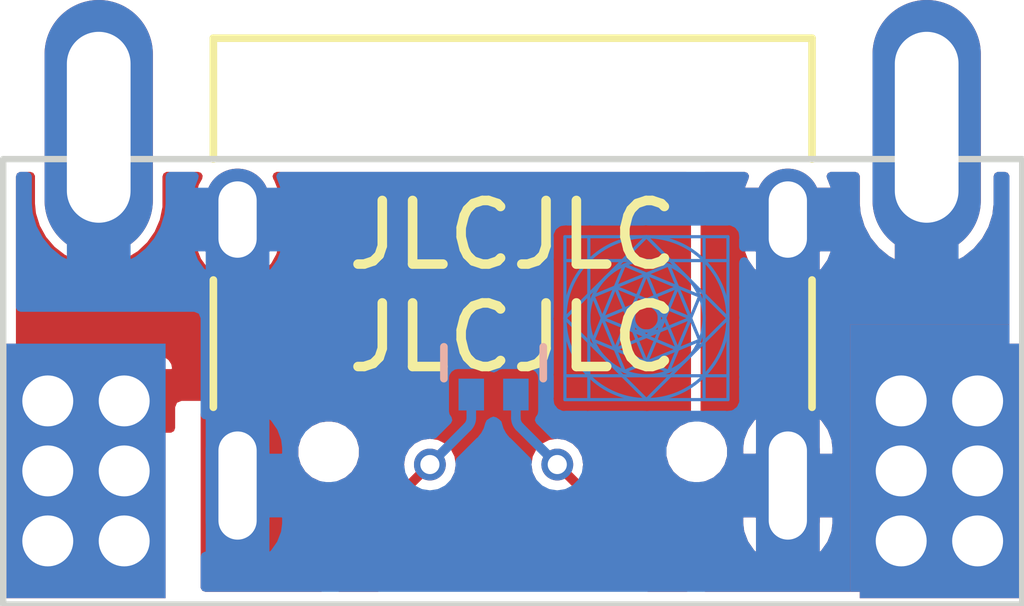
<source format=kicad_pcb>
(kicad_pcb (version 20211014) (generator pcbnew)
  (layers (0 "F.Cu" mixed) (31 "B.Cu" mixed) (34 "B.Paste" user) (35 "F.Paste" user) (36 "B.SilkS" user "B.Silkscreen") (37 "F.SilkS" user "F.Silkscreen") (38 "B.Mask" user) (39 "F.Mask" user) (44 "Edge.Cuts" user))
  (net 0 "")
  (net 1 "/GND_B")
  (net 2 "/5V_B")
  (net 3 "/B_CC2")
  (net 4 "/B_CC1")
  (footprint "Stanlazys:MountingHole_PinHeader_2.54_3D" (layer "F.Cu") (at 14.5 -7.5)
    (fp_text reference "H8" hide)
    (fp_text value "MountingHole_Pad" hide)
    (pad "1" thru_hole oval (at 0 0) (size 1.7 4) (drill oval 1 3) (layers *.Cu *.Mask) (net 1 "/GND_B"))
  )
  (footprint "Stanlazys:USB_C_Receptacle_HRO_TYPE-C-31-M-12" (layer "F.Cu") (at 8 -5 180)
    (fp_text reference "J9" hide)
    (fp_text value "USB_B_PWR" hide)
    (fp_line (start -4.7 2) (end -4.7 3.9) (layer "F.SilkS") (width 0.12))
    (fp_line (start 4.7 -1.9) (end 4.7 0.1) (layer "F.SilkS") (width 0.12))
    (fp_line (start -4.7 3.9) (end 4.7 3.9) (layer "F.SilkS") (width 0.12))
    (fp_line (start 4.7 2) (end 4.7 3.9) (layer "F.SilkS") (width 0.12))
    (fp_line (start -4.7 -1.9) (end -4.7 0.1) (layer "F.SilkS") (width 0.12))
    (pad "" np_thru_hole circle (at 2.89 -2.6 180) (size 0.65 0.65) (drill 0.65) (layers *.Cu *.Mask))
    (pad "" np_thru_hole circle (at -2.89 -2.6 180) (size 0.65 0.65) (drill 0.65) (layers *.Cu *.Mask))
    (pad "A1" smd rect (at -3.25 -4.045 180) (size 0.6 1.45) (layers "F.Cu" "F.Paste" "F.Mask") (net 1 "/GND_B"))
    (pad "A4" smd rect (at -2.45 -4.045 180) (size 0.6 1.45) (layers "F.Cu" "F.Paste" "F.Mask") (net 2 "/5V_B"))
    (pad "A5" smd rect (at -1.25 -4.045 180) (size 0.3 1.45) (layers "F.Cu" "F.Paste" "F.Mask") (net 4 "/B_CC1"))
    (pad "A6" smd rect (at -0.25 -4.045 180) (size 0.3 1.45) (layers "F.Cu" "F.Paste" "F.Mask"))
    (pad "A7" smd rect (at 0.25 -4.045 180) (size 0.3 1.45) (layers "F.Cu" "F.Paste" "F.Mask"))
    (pad "A8" smd rect (at 1.25 -4.045 180) (size 0.3 1.45) (layers "F.Cu" "F.Paste" "F.Mask"))
    (pad "A9" smd rect (at 2.45 -4.045 180) (size 0.6 1.45) (layers "F.Cu" "F.Paste" "F.Mask") (net 2 "/5V_B"))
    (pad "A12" smd rect (at 3.25 -4.045 180) (size 0.6 1.45) (layers "F.Cu" "F.Paste" "F.Mask") (net 1 "/GND_B"))
    (pad "B1" smd rect (at 3.25 -4.045 180) (size 0.6 1.45) (layers "F.Cu" "F.Paste" "F.Mask") (net 1 "/GND_B"))
    (pad "B4" smd rect (at 2.45 -4.045 180) (size 0.6 1.45) (layers "F.Cu" "F.Paste" "F.Mask") (net 2 "/5V_B"))
    (pad "B5" smd rect (at 1.75 -4.045 180) (size 0.3 1.45) (layers "F.Cu" "F.Paste" "F.Mask") (net 3 "/B_CC2"))
    (pad "B6" smd rect (at 0.75 -4.045 180) (size 0.3 1.45) (layers "F.Cu" "F.Paste" "F.Mask"))
    (pad "B7" smd rect (at -0.75 -4.045 180) (size 0.3 1.45) (layers "F.Cu" "F.Paste" "F.Mask"))
    (pad "B8" smd rect (at -1.75 -4.045 180) (size 0.3 1.45) (layers "F.Cu" "F.Paste" "F.Mask"))
    (pad "B9" smd rect (at -2.45 -4.045 180) (size 0.6 1.45) (layers "F.Cu" "F.Paste" "F.Mask") (net 2 "/5V_B"))
    (pad "B12" smd rect (at -3.25 -4.045 180) (size 0.6 1.45) (layers "F.Cu" "F.Paste" "F.Mask") (net 1 "/GND_B"))
    (pad "S1" thru_hole oval (at 4.32 1.05 180) (size 1 1.6) (drill oval 0.6 1.2) (layers *.Cu *.Mask) (net 1 "/GND_B"))
    (pad "S1" thru_hole oval (at -4.32 -3.13 180) (size 1 2.1) (drill oval 0.6 1.7) (layers *.Cu *.Mask) (net 1 "/GND_B"))
    (pad "S1" thru_hole oval (at -4.32 1.05 180) (size 1 1.6) (drill oval 0.6 1.2) (layers *.Cu *.Mask) (net 1 "/GND_B"))
    (pad "S1" thru_hole oval (at 4.32 -3.13 180) (size 1 2.1) (drill oval 0.6 1.7) (layers *.Cu *.Mask) (net 1 "/GND_B"))
  )
  (footprint "Stanlazys:MountingHole_PinHeader_2.54_3D" (layer "F.Cu") (at 1.5 -7.5)
    (fp_text reference "H9" hide)
    (fp_text value "MountingHole_Pad" hide)
    (pad "1" thru_hole oval (at 0 0) (size 1.7 4) (drill oval 1 3) (layers *.Cu *.Mask) (net 1 "/GND_B"))
  )
  (footprint "Stanlazys:stanlazy_2.5mm_copper" (layer "B.Cu") (at 10.1 -4.5 180)
    (fp_text reference "REF**" hide)
    (fp_text value "stanlazy_2.5mm_copper" hide)
    (fp_line (start 0.905096 -1.28) (end 0.905096 -0.905097) (layer "B.Cu") (width 0.05))
    (fp_line (start -0.346366 0.8362) (end 0.8362 0.346365) (layer "B.Cu") (width 0.05))
    (fp_line (start 0.905096 -0.905097) (end -0.905097 -0.905097) (layer "B.Cu") (width 0.05))
    (fp_line (start -1.28 0.905096) (end -0.905097 0.905096) (layer "B.Cu") (width 0.05))
    (fp_line (start -1.28 1.28) (end 1.28 1.28) (layer "B.Cu") (width 0.05))
    (fp_line (start -0.202897 0.202896) (end 0.202896 0.202896) (layer "B.Cu") (width 0.05))
    (fp_line (start 1.28 -0.905097) (end 0.905096 -0.905097) (layer "B.Cu") (width 0.05))
    (fp_line (start -0.346366 -0.836201) (end -0.836201 0.346365) (layer "B.Cu") (width 0.05))
    (fp_line (start 0 0.692731) (end 0.489834 -0.489835) (layer "B.Cu") (width 0.05))
    (fp_line (start 0.8362 0.346365) (end 0.346365 -0.836201) (layer "B.Cu") (width 0.05))
    (fp_line (start 0.489834 -0.489835) (end -0.692732 0) (layer "B.Cu") (width 0.05))
    (fp_line (start 0.8362 -0.346366) (end -0.346366 -0.836201) (layer "B.Cu") (width 0.05))
    (fp_line (start -0.905097 -1.28) (end -0.905097 -0.905097) (layer "B.Cu") (width 0.05))
    (fp_line (start 0.489834 0.489834) (end 0 -0.692732) (layer "B.Cu") (width 0.05))
    (fp_line (start -0.286939 0) (end -0.000001 0.286938) (layer "B.Cu") (width 0.05))
    (fp_line (start -0.000001 0.286938) (end 0.286938 -0.000001) (layer "B.Cu") (width 0.05))
    (fp_line (start -0.905097 -0.905097) (end -0.905097 0.905096) (layer "B.Cu") (width 0.05))
    (fp_line (start 1.28 0) (end -0.000001 -1.28) (layer "B.Cu") (width 0.05))
    (fp_line (start 0.202896 0.202896) (end 0.202896 -0.202897) (layer "B.Cu") (width 0.05))
    (fp_line (start 0.286938 -0.000001) (end -0.000001 -0.286939) (layer "B.Cu") (width 0.05))
    (fp_line (start -0.000001 -1.28) (end -1.280001 0) (layer "B.Cu") (width 0.05))
    (fp_line (start -0.489835 0.489834) (end 0 -0.692732) (layer "B.Cu") (width 0.05))
    (fp_line (start -1.28 -0.905097) (end -0.905097 -0.905097) (layer "B.Cu") (width 0.05))
    (fp_line (start -0.905097 1.28) (end -0.905097 0.905096) (layer "B.Cu") (width 0.05))
    (fp_line (start 1.28 1.28) (end 1.28 -1.28) (layer "B.Cu") (width 0.05))
    (fp_line (start 1.28 0.905096) (end 0.905096 0.905096) (layer "B.Cu") (width 0.05))
    (fp_line (start -1.280001 0) (end 0 1.279999) (layer "B.Cu") (width 0.05))
    (fp_line (start 0.202896 -0.202897) (end -0.202897 -0.202897) (layer "B.Cu") (width 0.05))
    (fp_line (start -0.489835 0.489834) (end 0.692731 0) (layer "B.Cu") (width 0.05))
    (fp_line (start -1.28 -1.28) (end -1.28 1.28) (layer "B.Cu") (width 0.05))
    (fp_line (start 0.346365 -0.836201) (end -0.836201 -0.346366) (layer "B.Cu") (width 0.05))
    (fp_line (start 1.28 -1.28) (end -1.28 -1.28) (layer "B.Cu") (width 0.05))
    (fp_line (start -0.202897 -0.202897) (end -0.202897 0.202896) (layer "B.Cu") (width 0.05))
    (fp_line (start -0.000001 -0.286939) (end -0.286939 0) (layer "B.Cu") (width 0.05))
    (fp_line (start 0.905096 0.905096) (end 0.905096 -0.905097) (layer "B.Cu") (width 0.05))
    (fp_line (start -0.692732 0) (end 0.489834 0.489834) (layer "B.Cu") (width 0.05))
    (fp_line (start -0.836201 -0.346366) (end -0.346366 0.8362) (layer "B.Cu") (width 0.05))
    (fp_line (start 0.905096 0.905096) (end 0.905096 1.28) (layer "B.Cu") (width 0.05))
    (fp_line (start 0.346365 0.8362) (end 0.8362 -0.346366) (layer "B.Cu") (width 0.05))
    (fp_line (start 0 1.279999) (end 1.28 0) (layer "B.Cu") (width 0.05))
    (fp_line (start 0.692731 0) (end -0.489835 -0.489835) (layer "B.Cu") (width 0.05))
    (fp_line (start -0.905097 0.905096) (end 0.905096 0.905096) (layer "B.Cu") (width 0.05))
    (fp_line (start -0.836201 0.346365) (end 0.346365 0.8362) (layer "B.Cu") (width 0.05))
    (fp_line (start -0.489835 -0.489835) (end 0 0.692731) (layer "B.Cu") (width 0.05))
    (fp_curve (pts (xy -0.64 0.64) (xy -0.286538 0.993462) (xy 0.286537 0.993462) (xy 0.64 0.64)) (layer "B.Cu") (width 0.05))
    (fp_curve (pts (xy 1.28 0) (xy 1.28 -0.706925) (xy 0.706924 -1.28) (xy 0 -1.28)) (layer "B.Cu") (width 0.05))
    (fp_curve (pts (xy 0 -1.28) (xy -0.706925 -1.28) (xy -1.28 -0.706925) (xy -1.28 0)) (layer "B.Cu") (width 0.05))
    (fp_curve (pts (xy 0.64 0.64) (xy 0.993462 0.286537) (xy 0.993462 -0.286538) (xy 0.64 -0.64)) (layer "B.Cu") (width 0.05))
    (fp_curve (pts (xy -0.000001 0.202896) (xy 0.112056 0.202896) (xy 0.202896 0.112056) (xy 0.202896 -0.000001)) (layer "B.Cu") (width 0.05))
    (fp_curve (pts (xy -0.64 -0.64) (xy -0.993463 -0.286538) (xy -0.993463 0.286537) (xy -0.64 0.64)) (layer "B.Cu") (width 0.05))
    (fp_curve (pts (xy -1.28 0) (xy -1.28 0.706924) (xy -0.706925 1.28) (xy 0 1.28)) (layer "B.Cu") (width 0.05))
    (fp_curve (pts (xy -0.202897 -0.000001) (xy -0.202897 0.112056) (xy -0.112057 0.202896) (xy -0.000001 0.202896)) (layer "B.Cu") (width 0.05))
    (fp_curve (pts (xy 0.202896 -0.000001) (xy 0.202896 -0.112057) (xy 0.112056 -0.202897) (xy -0.000001 -0.202897)) (layer "B.Cu") (width 0.05))
    (fp_curve (pts (xy 0.64 -0.64) (xy 0.286537 -0.993463) (xy -0.286538 -0.993463) (xy -0.64 -0.64)) (layer "B.Cu") (width 0.05))
    (fp_curve (pts (xy -0.000001 -0.202897) (xy -0.112057 -0.202897) (xy -0.202897 -0.112057) (xy -0.202897 -0.000001)) (layer "B.Cu") (width 0.05))
    (fp_curve (pts (xy 0 1.28) (xy 0.706924 1.28) (xy 1.28 0.706924) (xy 1.28 0)) (layer "B.Cu") (width 0.05))
  )
  (footprint "Connector_Edge_futababase:usb_ph" (layer "B.Cu") (at 8 -2.1)
    (fp_text reference "J8" hide)
    (fp_text value "Conn_01x02" hide)
    (pad "1" smd rect (at -6.7 0) (size 2.5 4) (layers "B.Cu" "B.Mask") (net 2 "/5V_B"))
    (pad "1" thru_hole rect (at -7.3 0) (size 1.1 1) (drill 0.8) (layers *.Cu *.Mask) (net 2 "/5V_B"))
    (pad "1" thru_hole rect (at -6.1 1.1) (size 1.1 1) (drill 0.8) (layers *.Cu *.Mask) (net 2 "/5V_B"))
    (pad "1" thru_hole rect (at -6.1 -1.1) (size 1.1 1) (drill 0.8) (layers *.Cu *.Mask) (net 2 "/5V_B"))
    (pad "1" smd rect (at -6.7 0) (size 2.5 4) (layers "F.Cu" "F.Mask") (net 2 "/5V_B"))
    (pad "1" thru_hole rect (at -6.1 0) (size 1.1 1) (drill 0.8) (layers *.Cu *.Mask) (net 2 "/5V_B"))
    (pad "1" thru_hole rect (at -7.3 1.1) (size 1.1 1) (drill 0.8) (layers *.Cu *.Mask) (net 2 "/5V_B"))
    (pad "1" thru_hole rect (at -7.3 -1.1) (size 1.1 1) (drill 0.8) (layers *.Cu *.Mask) (net 2 "/5V_B"))
    (pad "2" thru_hole rect (at 7.3 1.1) (size 1.1 1) (drill 0.8) (layers *.Cu *.Mask) (net 1 "/GND_B"))
    (pad "2" thru_hole rect (at 6.1 -1.1) (size 1.1 1) (drill 0.8) (layers *.Cu *.Mask) (net 1 "/GND_B"))
    (pad "2" smd rect (at 6.7 0) (size 2.5 4) (layers "B.Cu" "B.Mask") (net 1 "/GND_B"))
    (pad "2" thru_hole rect (at 6.1 1.1) (size 1.1 1) (drill 0.8) (layers *.Cu *.Mask) (net 1 "/GND_B"))
    (pad "2" thru_hole rect (at 7.3 0) (size 1.1 1) (drill 0.8) (layers *.Cu *.Mask) (net 1 "/GND_B"))
    (pad "2" thru_hole rect (at 6.1 0) (size 1.1 1) (drill 0.8) (layers *.Cu *.Mask) (net 1 "/GND_B"))
    (pad "2" smd rect (at 6.7 0) (size 2.5 4) (layers "F.Cu" "F.Mask") (net 1 "/GND_B"))
    (pad "2" thru_hole rect (at 7.3 -1.1) (size 1.1 1) (drill 0.8) (layers *.Cu *.Mask) (net 1 "/GND_B"))
  )
  (footprint "Resistor_SMD:R_Array_Convex_2x0402" (layer "B.Cu") (at 7.7 -3.8 -90)
    (fp_text reference "RN10" hide)
    (fp_text value "5K1Ω" hide)
    (fp_line (start 0.25 -0.78) (end -0.25 -0.78) (layer "B.SilkS") (width 0.12))
    (fp_line (start 0.25 0.78) (end -0.25 0.78) (layer "B.SilkS") (width 0.12))
    (pad "1" smd rect (at -0.5 0.35 270) (size 0.5 0.4) (layers "B.Cu" "B.Paste" "B.Mask") (net 1 "/GND_B"))
    (pad "2" smd rect (at -0.5 -0.35 270) (size 0.5 0.4) (layers "B.Cu" "B.Paste" "B.Mask") (net 1 "/GND_B"))
    (pad "3" smd rect (at 0.5 -0.35 270) (size 0.5 0.4) (layers "B.Cu" "B.Paste" "B.Mask") (net 4 "/B_CC1"))
    (pad "4" smd rect (at 0.5 0.35 270) (size 0.5 0.4) (layers "B.Cu" "B.Paste" "B.Mask") (net 3 "/B_CC2"))
  )
  (gr_rect (start 0 -7) (end 16 0) (layer "Edge.Cuts") (width 0.1) (fill none))
  (gr_text "JLCJLC\nJLCJLC" (at 8 -5) (layer "F.SilkS") (effects (font (size 1 1))))
  (segment (start 6.7 -2.2) (end 6.308578 -1.808578) (width 0.15) (layer "F.Cu") (net 3))
  (segment (start 6.25 -1.667157) (end 6.25 -0.955) (width 0.15) (layer "F.Cu") (net 3))
  (via (at 6.7 -2.2) (size 0.5) (drill 0.3) (layers "F.Cu" "B.Cu") (net 3))
  (arc (start 6.25 -1.667157) (mid 6.265224 -1.743693) (end 6.308578 -1.808578) (width 0.15) (layer "F.Cu") (net 3))
  (segment (start 6.7 -2.2) (end 7.291422 -2.791422) (width 0.15) (layer "B.Cu") (net 3))
  (segment (start 7.35 -2.932843) (end 7.35 -3.3) (width 0.15) (layer "B.Cu") (net 3))
  (arc (start 7.35 -2.932843) (mid 7.334776 -2.856307) (end 7.291422 -2.791422) (width 0.15) (layer "B.Cu") (net 3))
  (segment (start 8.7 -2.2) (end 9.191422 -1.708578) (width 0.15) (layer "F.Cu") (net 4))
  (via (at 8.7 -2.2) (size 0.5) (drill 0.3) (layers "F.Cu" "B.Cu") (net 4))
  (arc (start 9.191422 -1.708578) (mid 9.234776 -1.643693) (end 9.25 -1.567157) (width 0.15) (layer "F.Cu") (net 4))
  (segment (start 8.7 -2.2) (end 8.108578 -2.791422) (width 0.15) (layer "B.Cu") (net 4))
  (segment (start 8.05 -2.932843) (end 8.05 -3.3) (width 0.15) (layer "B.Cu") (net 4))
  (arc (start 8.108578 -2.791422) (mid 8.065224 -2.856307) (end 8.05 -2.932843) (width 0.15) (layer "B.Cu") (net 4))
  (zone (net 1) (net_name "/GND_B") (layers F&B.Cu) (connect_pads thru_hole_only (clearance 0.15)) (min_thickness 0.15) (fill yes (thermal_gap 0.2) (thermal_bridge_width 1) (smoothing fillet) (radius 0.1))
    (polygon (pts (xy 16 0) (xy 3.1 0) (xy 3.1 -3.2) (xy 3.1 -4.6) (xy 0 -4.6) (xy 0 -7) (xy 16 -7)))
  )
  (zone (net 1) (net_name "/GND_B") (layers F&B.Cu) (priority 1) (connect_pads yes (clearance 0.15)) (min_thickness 0.15) (fill yes (thermal_gap 0.2) (thermal_bridge_width 1) (smoothing fillet) (radius 0.1))
    (polygon (pts (xy 15.95 0) (xy 13.3 0) (xy 13.3 -4.4) (xy 15.95 -4.4)))
  )
  (zone (net 1) (net_name "/GND_B") (layer "F.Cu") (priority 1) (connect_pads yes (clearance 0.15)) (min_thickness 0.15) (fill yes (thermal_gap 0.2) (thermal_bridge_width 1) (smoothing fillet) (radius 0.1))
    (polygon (pts (xy 4.5 -1.8) (xy 5 -1.8) (xy 5 0) (xy 3.1 0) (xy 3.1 -3) (xy 4.5 -3)))
  )
  (zone (net 2) (net_name "/5V_B") (layer "F.Cu") (priority 1) (connect_pads thru_hole_only (clearance 0.15)) (min_thickness 0.15) (fill yes (thermal_gap 0.2) (thermal_bridge_width 1) (smoothing fillet) (radius 0.1))
    (polygon (pts (xy 10.8 0) (xy 5.2 0) (xy 5.2 -2) (xy 4.7 -2) (xy 4.7 -3.2) (xy 2.7 -3.2) (xy 2.7 0) (xy 0 0) (xy 0 -7) (xy 10.8 -7)))
  )
)
</source>
